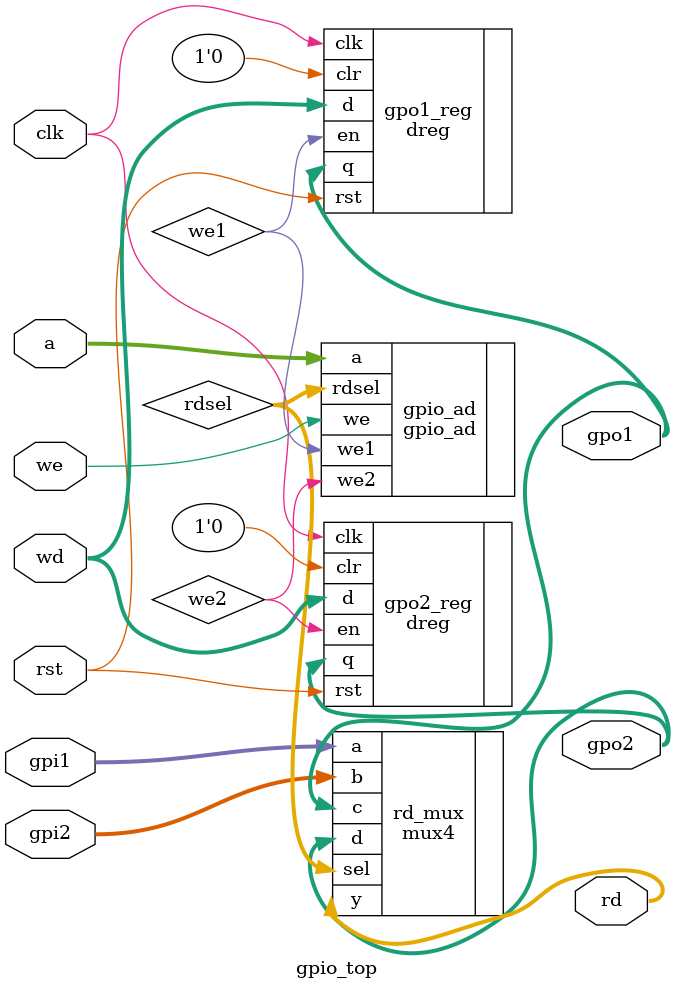
<source format=sv>
module gpio_top (
    input clk,
    input rst,
    input [1:0] a,
    input we,
    input [31:0] wd,
    input [31:0] gpi1,
    input [31:0] gpi2,

    output [31:0] rd,
    output [31:0] gpo1,
    output [31:0] gpo2
);
  wire we2;
  wire we1;
  wire [1:0] rdsel;

  gpio_ad gpio_ad (
      .a(a),
      .we(we),
      .we2(we2),
      .we1(we1),
      .rdsel(rdsel)
  );
  dreg #(32) gpo1_reg (
      .d  (wd),
      .en (we1),
      .rst(rst),
      .clr(1'b0),
      .clk(clk),
      .q  (gpo1)
  );
  dreg #(32) gpo2_reg (
      .d  (wd),
      .en (we2),
      .rst(rst),
      .clr(1'b0),
      .clk(clk),
      .q  (gpo2)
  );
  mux4 #(32) rd_mux (
      .a  (gpi1),
      .b  (gpi2),
      .c  (gpo1),
      .d  (gpo2),
      .sel(rdsel),
      .y  (rd)
  );
endmodule

</source>
